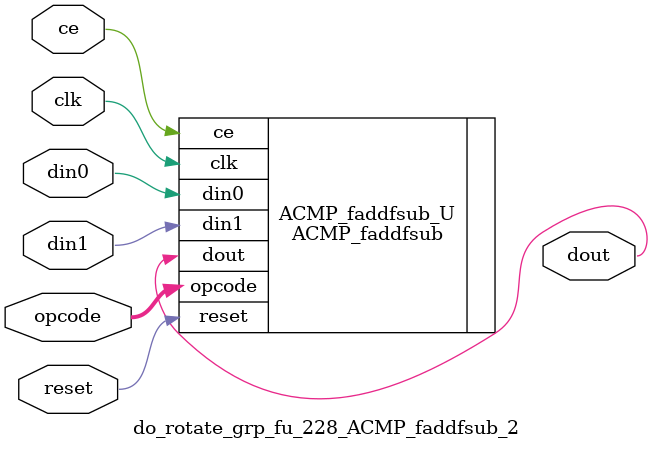
<source format=v>

`timescale 1 ns / 1 ps
module do_rotate_grp_fu_228_ACMP_faddfsub_2(
    clk,
    reset,
    ce,
    din0,
    din1,
    opcode,
    dout);

parameter ID = 32'd1;
parameter NUM_STAGE = 32'd1;
parameter din0_WIDTH = 32'd1;
parameter din1_WIDTH = 32'd1;
parameter dout_WIDTH = 32'd1;
input clk;
input reset;
input ce;
input[din0_WIDTH - 1:0] din0;
input[din1_WIDTH - 1:0] din1;
input[2 - 1:0] opcode;
output[dout_WIDTH - 1:0] dout;



ACMP_faddfsub #(
.ID( ID ),
.NUM_STAGE( 5 ),
.din0_WIDTH( din0_WIDTH ),
.din1_WIDTH( din1_WIDTH ),
.dout_WIDTH( dout_WIDTH ))
ACMP_faddfsub_U(
    .clk( clk ),
    .reset( reset ),
    .ce( ce ),
    .din0( din0 ),
    .din1( din1 ),
    .dout( dout ),
    .opcode( opcode ));

endmodule

</source>
